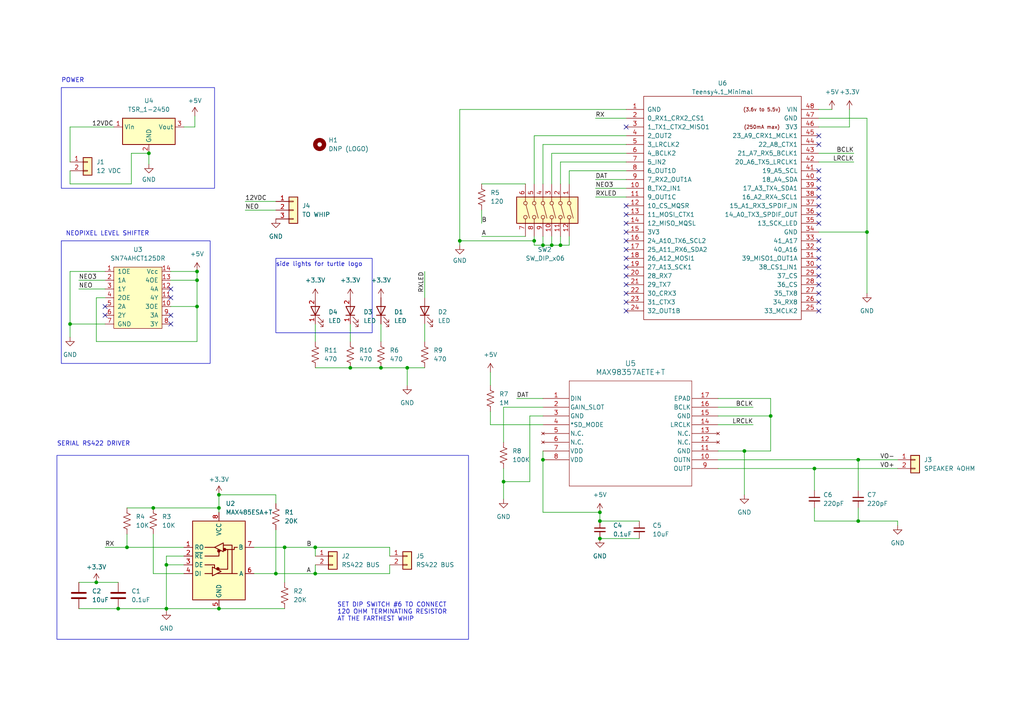
<source format=kicad_sch>
(kicad_sch (version 20230121) (generator eeschema)
  (paper "A4")
  (lib_symbols
    (symbol "Connector_Generic:Conn_01x02" (pin_names (offset 1.016) hide)
      (property "Reference" "J" (at 0 2.54 0))
      (property "Value" "Conn_01x02" (at 0 -5.08 0))
      (symbol "Conn_01x02_1_1"
        (rectangle (start -1.27 -2.413) (end 0 -2.667) (stroke (width 0.1524)))
        (rectangle (start -1.27 0.127) (end 0 -0.127) (stroke (width 0.1524)))
        (rectangle (start -1.27 1.27) (end 1.27 -3.81) (stroke (width 0.254)) (fill (type background)))
        (pin passive line (at -5.08 0 0) (length 3.81) (name "Pin_1") (number "1"))
        (pin passive line (at -5.08 -2.54 0) (length 3.81) (name "Pin_2") (number "2"))
      )
    )
    (symbol "Connector_Generic:Conn_01x03" (pin_names (offset 1.016) hide)
      (property "Reference" "J" (at 0 5.08 0))
      (property "Value" "Conn_01x03" (at 0 -5.08 0))
      (symbol "Conn_01x03_1_1"
        (rectangle (start -1.27 -2.413) (end 0 -2.667) (stroke (width 0.1524)))
        (rectangle (start -1.27 0.127) (end 0 -0.127) (stroke (width 0.1524)))
        (rectangle (start -1.27 2.667) (end 0 2.413) (stroke (width 0.1524)))
        (rectangle (start -1.27 3.81) (end 1.27 -3.81) (stroke (width 0.254)) (fill (type background)))
        (pin passive line (at -5.08 2.54 0) (length 3.81) (name "Pin_1") (number "1"))
        (pin passive line (at -5.08 0 0) (length 3.81) (name "Pin_2") (number "2"))
        (pin passive line (at -5.08 -2.54 0) (length 3.81) (name "Pin_3") (number "3"))
      )
    )
    (symbol "Device:C" (pin_numbers hide) (pin_names (offset 0.254))
      (property "Reference" "C" (at 0.635 2.54 0))
      (property "Value" "C" (at 0.635 -2.54 0))
      (symbol "C_0_1"
        (polyline (pts (xy -2.032 -0.762) (xy 2.032 -0.762)) (stroke (width 0.508)))
        (polyline (pts (xy -2.032 0.762) (xy 2.032 0.762)) (stroke (width 0.508)))
      )
      (symbol "C_1_1"
        (pin passive line (at 0 3.81 270) (length 2.794) (name "~") (number "1"))
        (pin passive line (at 0 -3.81 90) (length 2.794) (name "~") (number "2"))
      )
    )
    (symbol "Device:C_Small" (pin_numbers hide) (pin_names (offset 0.254) hide)
      (property "Reference" "C" (at 0.254 1.778 0))
      (property "Value" "C_Small" (at 0.254 -2.032 0))
      (symbol "C_Small_0_1"
        (polyline (pts (xy -1.524 -0.508) (xy 1.524 -0.508)) (stroke (width 0.3302)))
        (polyline (pts (xy -1.524 0.508) (xy 1.524 0.508)) (stroke (width 0.3048)))
      )
      (symbol "C_Small_1_1"
        (pin passive line (at 0 2.54 270) (length 2.032) (name "~") (number "1"))
        (pin passive line (at 0 -2.54 90) (length 2.032) (name "~") (number "2"))
      )
    )
    (symbol "Device:LED" (pin_numbers hide) (pin_names (offset 1.016) hide)
      (property "Reference" "D" (at 0 2.54 0))
      (property "Value" "LED" (at 0 -2.54 0))
      (symbol "LED_0_1"
        (polyline (pts (xy -1.27 -1.27) (xy -1.27 1.27)) (stroke (width 0.254)))
        (polyline (pts (xy -1.27 0) (xy 1.27 0)))
        (polyline (pts (xy 1.27 -1.27) (xy 1.27 1.27) (xy -1.27 0) (xy 1.27 -1.27)) (stroke (width 0.254)))
        (polyline (pts (xy -3.048 -0.762) (xy -4.572 -2.286) (xy -3.81 -2.286) (xy -4.572 -2.286) (xy -4.572 -1.524)))
        (polyline (pts (xy -1.778 -0.762) (xy -3.302 -2.286) (xy -2.54 -2.286) (xy -3.302 -2.286) (xy -3.302 -1.524)))
      )
      (symbol "LED_1_1"
        (pin passive line (at -3.81 0 0) (length 2.54) (name "K") (number "1"))
        (pin passive line (at 3.81 0 180) (length 2.54) (name "A") (number "2"))
      )
    )
    (symbol "Device:R_US" (pin_numbers hide) (pin_names (offset 0))
      (property "Reference" "R" (at 2.54 0 90))
      (property "Value" "R_US" (at -2.54 0 90))
      (symbol "R_US_0_1"
        (polyline (pts (xy 0 -2.286) (xy 0 -2.54)))
        (polyline (pts (xy 0 2.286) (xy 0 2.54)))
        (polyline (pts (xy 0 -0.762) (xy 1.016 -1.143) (xy 0 -1.524) (xy -1.016 -1.905) (xy 0 -2.286)))
        (polyline (pts (xy 0 0.762) (xy 1.016 0.381) (xy 0 0) (xy -1.016 -0.381) (xy 0 -0.762)))
        (polyline (pts (xy 0 2.286) (xy 1.016 1.905) (xy 0 1.524) (xy -1.016 1.143) (xy 0 0.762)))
      )
      (symbol "R_US_1_1"
        (pin passive line (at 0 3.81 270) (length 1.27) (name "~") (number "1"))
        (pin passive line (at 0 -3.81 90) (length 1.27) (name "~") (number "2"))
      )
    )
    (symbol "Interface_UART:MAX485E"
      (property "Reference" "U" (at -6.096 11.43 0))
      (property "Value" "MAX485E" (at 0.762 11.43 0))
      (symbol "MAX485E_0_1"
        (rectangle (start -7.62 10.16) (end 7.62 -12.7) (stroke (width 0.254)) (fill (type background)))
        (circle (center -0.3048 -3.683) (radius 0.3556) (stroke (width 0.254)) (fill (type outline)))
        (circle (center -0.0254 1.4986) (radius 0.3556) (stroke (width 0.254)) (fill (type outline)))
        (polyline (pts (xy -4.064 -5.08) (xy -1.905 -5.08)) (stroke (width 0.254)))
        (polyline (pts (xy -4.064 2.54) (xy -1.27 2.54)) (stroke (width 0.254)))
        (polyline (pts (xy -1.27 -3.2004) (xy -1.27 -3.4544)) (stroke (width 0.254)))
        (polyline (pts (xy -0.635 -5.08) (xy 5.334 -5.08)) (stroke (width 0.254)))
        (polyline (pts (xy -4.064 -2.54) (xy -1.27 -2.54) (xy -1.27 -3.175)) (stroke (width 0.254)))
        (polyline (pts (xy 0 1.27) (xy 0 0) (xy -4.064 0)) (stroke (width 0.254)))
        (polyline (pts (xy 1.27 3.175) (xy 3.81 3.175) (xy 3.81 -5.08)) (stroke (width 0.254)))
        (polyline (pts (xy 2.54 1.905) (xy 2.54 -3.81) (xy 0 -3.81)) (stroke (width 0.254)))
        (polyline (pts (xy -1.905 -3.175) (xy -1.905 -5.715) (xy 0.635 -4.445) (xy -1.905 -3.175)) (stroke (width 0.254)))
        (polyline (pts (xy -1.27 2.54) (xy 1.27 3.81) (xy 1.27 1.27) (xy -1.27 2.54)) (stroke (width 0.254)))
        (polyline (pts (xy 1.905 1.905) (xy 4.445 1.905) (xy 4.445 2.54) (xy 5.334 2.54)) (stroke (width 0.254)))
        (rectangle (start 1.27 3.175) (end 1.27 3.175))
        (circle (center 1.651 1.905) (radius 0.3556) (stroke (width 0.254)) (fill (type outline)))
      )
      (symbol "MAX485E_1_1"
        (pin output line (at -10.16 2.54 0) (length 2.54) (name "RO") (number "1"))
        (pin input line (at -10.16 0 0) (length 2.54) (name "~{RE}") (number "2"))
        (pin input line (at -10.16 -2.54 0) (length 2.54) (name "DE") (number "3"))
        (pin input line (at -10.16 -5.08 0) (length 2.54) (name "DI") (number "4"))
        (pin power_in line (at 0 -15.24 90) (length 2.54) (name "GND") (number "5"))
        (pin bidirectional line (at 10.16 -5.08 180) (length 2.54) (name "A") (number "6"))
        (pin bidirectional line (at 10.16 2.54 180) (length 2.54) (name "B") (number "7"))
        (pin power_in line (at 0 12.7 270) (length 2.54) (name "VCC") (number "8"))
      )
    )
    (symbol "Joels KiCad Symbol Library:MAX98357AETE+T" (pin_names (offset 0.254))
      (property "Reference" "U" (at 25.4 10.16 0))
      (property "Value" "MAX98357AETE+T" (at 25.4 7.62 0))
      (symbol "MAX98357AETE+T_0_1"
        (polyline (pts (xy 7.62 -25.4) (xy 43.18 -25.4)) (stroke (width 0.127)))
        (polyline (pts (xy 7.62 5.08) (xy 7.62 -25.4)) (stroke (width 0.127)))
        (polyline (pts (xy 43.18 -25.4) (xy 43.18 5.08)) (stroke (width 0.127)))
        (polyline (pts (xy 43.18 5.08) (xy 7.62 5.08)) (stroke (width 0.127)))
        (pin unspecified line (at 0 0 0) (length 7.62) (name "DIN") (number "1"))
        (pin output line (at 50.8 -17.78 180) (length 7.62) (name "OUTN") (number "10"))
        (pin power_out line (at 50.8 -15.24 180) (length 7.62) (name "GND") (number "11"))
        (pin no_connect line (at 50.8 -12.7 180) (length 7.62) (name "N.C.") (number "12"))
        (pin no_connect line (at 50.8 -10.16 180) (length 7.62) (name "N.C.") (number "13"))
        (pin unspecified line (at 50.8 -7.62 180) (length 7.62) (name "LRCLK") (number "14"))
        (pin power_out line (at 50.8 -5.08 180) (length 7.62) (name "GND") (number "15"))
        (pin unspecified line (at 50.8 -2.54 180) (length 7.62) (name "BCLK") (number "16"))
        (pin unspecified line (at 50.8 0 180) (length 7.62) (name "EPAD") (number "17"))
        (pin unspecified line (at 0 -2.54 0) (length 7.62) (name "GAIN_SLOT") (number "2"))
        (pin power_out line (at 0 -5.08 0) (length 7.62) (name "GND") (number "3"))
        (pin unspecified line (at 0 -7.62 0) (length 7.62) (name "*SD_MODE") (number "4"))
        (pin no_connect line (at 0 -10.16 0) (length 7.62) (name "N.C.") (number "5"))
        (pin no_connect line (at 0 -12.7 0) (length 7.62) (name "N.C.") (number "6"))
        (pin power_in line (at 0 -15.24 0) (length 7.62) (name "VDD") (number "7"))
        (pin power_in line (at 0 -17.78 0) (length 7.62) (name "VDD") (number "8"))
        (pin output line (at 50.8 -20.32 180) (length 7.62) (name "OUTP") (number "9"))
      )
    )
    (symbol "Joels KiCad Symbol Library:SN74AHCT125" (pin_names (offset 1.016))
      (property "Reference" "U" (at 0 0 0))
      (property "Value" "SN74AHCT125" (at 0 2.54 0))
      (symbol "SN74AHCT125_0_1"
        (rectangle (start -7.62 -2.54) (end 6.35 -20.32) (fill (type background)))
      )
      (symbol "SN74AHCT125_1_1"
        (pin input line (at -10.16 -3.81 0) (length 2.54) (name "1OE") (number "1"))
        (pin input line (at 8.89 -13.97 180) (length 2.54) (name "3OE") (number "10"))
        (pin output line (at 8.89 -11.43 180) (length 2.54) (name "4Y") (number "11"))
        (pin input line (at 8.89 -8.89 180) (length 2.54) (name "4A") (number "12"))
        (pin input line (at 8.89 -6.35 180) (length 2.54) (name "4OE") (number "13"))
        (pin power_in line (at 8.89 -3.81 180) (length 2.54) (name "Vcc") (number "14"))
        (pin input line (at -10.16 -6.35 0) (length 2.54) (name "1A") (number "2"))
        (pin output line (at -10.16 -8.89 0) (length 2.54) (name "1Y") (number "3"))
        (pin input line (at -10.16 -11.43 0) (length 2.54) (name "2OE") (number "4"))
        (pin input line (at -10.16 -13.97 0) (length 2.54) (name "2A") (number "5"))
        (pin output line (at -10.16 -16.51 0) (length 2.54) (name "2Y") (number "6"))
        (pin power_in line (at -10.16 -19.05 0) (length 2.54) (name "GND") (number "7"))
        (pin output line (at 8.89 -19.05 180) (length 2.54) (name "3Y") (number "8"))
        (pin input line (at 8.89 -16.51 180) (length 2.54) (name "3A") (number "9"))
      )
    )
    (symbol "Joels KiCad Symbol Library:Teensy4.1_Minimal" (pin_names (offset 1.016))
      (property "Reference" "U" (at 0 62.23 0))
      (property "Value" "Teensy4.1_Minimal" (at 1.27 59.69 0))
      (symbol "Teensy4.1_Minimal_0_0"
        (text "(250mA max)" (at 11.43 49.53 0) (effects (font (size 1.016 1.016))))
        (text "(3.6v to 5.5v)" (at 11.43 54.61 0) (effects (font (size 1.016 1.016))))
        (pin bidirectional line (at -27.94 31.75 0) (length 5.08) (name "8_TX2_IN1") (number "10"))
        (pin bidirectional line (at -27.94 29.21 0) (length 5.08) (name "9_OUT1C") (number "11"))
        (pin bidirectional line (at -27.94 26.67 0) (length 5.08) (name "10_CS_MQSR") (number "12"))
        (pin bidirectional line (at -27.94 24.13 0) (length 5.08) (name "11_MOSI_CTX1") (number "13"))
        (pin bidirectional line (at -27.94 21.59 0) (length 5.08) (name "12_MISO_MQSL") (number "14"))
        (pin power_in line (at -27.94 19.05 0) (length 5.08) (name "3V3") (number "15"))
        (pin bidirectional line (at -27.94 16.51 0) (length 5.08) (name "24_A10_TX6_SCL2") (number "16"))
        (pin bidirectional line (at -27.94 13.97 0) (length 5.08) (name "25_A11_RX6_SDA2") (number "17"))
        (pin bidirectional line (at -27.94 11.43 0) (length 5.08) (name "26_A12_MOSI1") (number "18"))
        (pin bidirectional line (at -27.94 8.89 0) (length 5.08) (name "27_A13_SCK1") (number "19"))
        (pin bidirectional line (at -27.94 6.35 0) (length 5.08) (name "28_RX7") (number "20"))
        (pin bidirectional line (at -27.94 3.81 0) (length 5.08) (name "29_TX7") (number "21"))
        (pin bidirectional line (at -27.94 1.27 0) (length 5.08) (name "30_CRX3") (number "22"))
        (pin bidirectional line (at -27.94 -1.27 0) (length 5.08) (name "31_CTX3") (number "23"))
        (pin bidirectional line (at -27.94 -3.81 0) (length 5.08) (name "32_OUT1B") (number "24"))
        (pin bidirectional line (at 27.94 -3.81 180) (length 5.08) (name "33_MCLK2") (number "25"))
        (pin bidirectional line (at 27.94 -1.27 180) (length 5.08) (name "34_RX8") (number "26"))
        (pin bidirectional line (at 27.94 1.27 180) (length 5.08) (name "35_TX8") (number "27"))
        (pin bidirectional line (at 27.94 3.81 180) (length 5.08) (name "36_CS") (number "28"))
        (pin bidirectional line (at 27.94 6.35 180) (length 5.08) (name "37_CS") (number "29"))
        (pin bidirectional line (at 27.94 8.89 180) (length 5.08) (name "38_CS1_IN1") (number "30"))
        (pin bidirectional line (at 27.94 11.43 180) (length 5.08) (name "39_MISO1_OUT1A") (number "31"))
        (pin bidirectional line (at 27.94 13.97 180) (length 5.08) (name "40_A16") (number "32"))
        (pin bidirectional line (at 27.94 16.51 180) (length 5.08) (name "41_A17") (number "33"))
        (pin bidirectional line (at 27.94 21.59 180) (length 5.08) (name "13_SCK_LED") (number "35"))
        (pin bidirectional line (at 27.94 24.13 180) (length 5.08) (name "14_A0_TX3_SPDIF_OUT") (number "36"))
        (pin bidirectional line (at 27.94 26.67 180) (length 5.08) (name "15_A1_RX3_SPDIF_IN") (number "37"))
        (pin bidirectional line (at 27.94 29.21 180) (length 5.08) (name "16_A2_RX4_SCL1") (number "38"))
        (pin bidirectional line (at 27.94 31.75 180) (length 5.08) (name "17_A3_TX4_SDA1") (number "39"))
        (pin bidirectional line (at 27.94 34.29 180) (length 5.08) (name "18_A4_SDA") (number "40"))
        (pin bidirectional line (at 27.94 36.83 180) (length 5.08) (name "19_A5_SCL") (number "41"))
        (pin bidirectional line (at 27.94 39.37 180) (length 5.08) (name "20_A6_TX5_LRCLK1") (number "42"))
        (pin bidirectional line (at 27.94 41.91 180) (length 5.08) (name "21_A7_RX5_BCLK1") (number "43"))
        (pin bidirectional line (at 27.94 44.45 180) (length 5.08) (name "22_A8_CTX1") (number "44"))
        (pin bidirectional line (at 27.94 46.99 180) (length 5.08) (name "23_A9_CRX1_MCLK1") (number "45"))
        (pin power_in line (at 27.94 49.53 180) (length 5.08) (name "3V3") (number "46"))
        (pin power_in line (at 27.94 52.07 180) (length 5.08) (name "GND") (number "47"))
        (pin power_in line (at 27.94 54.61 180) (length 5.08) (name "VIN") (number "48"))
        (pin bidirectional line (at -27.94 44.45 0) (length 5.08) (name "3_LRCLK2") (number "5"))
        (pin bidirectional line (at -27.94 41.91 0) (length 5.08) (name "4_BCLK2") (number "6"))
        (pin bidirectional line (at -27.94 39.37 0) (length 5.08) (name "5_IN2") (number "7"))
        (pin bidirectional line (at -27.94 36.83 0) (length 5.08) (name "6_OUT1D") (number "8"))
        (pin bidirectional line (at -27.94 34.29 0) (length 5.08) (name "7_RX2_OUT1A") (number "9"))
      )
      (symbol "Teensy4.1_Minimal_0_1"
        (rectangle (start -22.86 58.42) (end 22.86 -6.35))
        (rectangle (start -20.32 -1.27) (end -20.32 -1.27))
      )
      (symbol "Teensy4.1_Minimal_1_1"
        (pin power_in line (at -27.94 54.61 0) (length 5.08) (name "GND") (number "1"))
        (pin bidirectional line (at -27.94 52.07 0) (length 5.08) (name "0_RX1_CRX2_CS1") (number "2"))
        (pin bidirectional line (at -27.94 49.53 0) (length 5.08) (name "1_TX1_CTX2_MISO1") (number "3"))
        (pin power_in line (at 27.94 19.05 180) (length 5.08) (name "GND") (number "34"))
        (pin bidirectional line (at -27.94 46.99 0) (length 5.08) (name "2_OUT2") (number "4"))
      )
    )
    (symbol "LED_1" (pin_names (offset 1.016) hide)
      (property "Reference" "D" (at 0 2.54 0))
      (property "Value" "LED" (at 0 -2.54 0))
      (symbol "LED_1_0_1"
        (polyline (pts (xy -1.27 -1.27) (xy -1.27 1.27)) (stroke (width 0.254)))
        (polyline (pts (xy -1.27 0) (xy 1.27 0)))
        (polyline (pts (xy 1.27 -1.27) (xy 1.27 1.27) (xy -1.27 0) (xy 1.27 -1.27)) (stroke (width 0.254)))
        (polyline (pts (xy -3.048 -0.762) (xy -4.572 -2.286) (xy -3.81 -2.286) (xy -4.572 -2.286) (xy -4.572 -1.524)))
        (polyline (pts (xy -1.778 -0.762) (xy -3.302 -2.286) (xy -2.54 -2.286) (xy -3.302 -2.286) (xy -3.302 -1.524)))
      )
      (symbol "LED_1_1_1"
        (pin passive line (at -3.81 0 0) (length 2.54) (name "K") (number "1"))
        (pin passive line (at 3.81 0 180) (length 2.54) (name "A") (number "2"))
      )
    )
    (symbol "LED_2" (pin_names (offset 1.016) hide)
      (property "Reference" "D" (at 0 2.54 0))
      (property "Value" "LED" (at 0 -2.54 0))
      (symbol "LED_2_0_1"
        (polyline (pts (xy -1.27 -1.27) (xy -1.27 1.27)) (stroke (width 0.254)))
        (polyline (pts (xy -1.27 0) (xy 1.27 0)))
        (polyline (pts (xy 1.27 -1.27) (xy 1.27 1.27) (xy -1.27 0) (xy 1.27 -1.27)) (stroke (width 0.254)))
        (polyline (pts (xy -3.048 -0.762) (xy -4.572 -2.286) (xy -3.81 -2.286) (xy -4.572 -2.286) (xy -4.572 -1.524)))
        (polyline (pts (xy -1.778 -0.762) (xy -3.302 -2.286) (xy -2.54 -2.286) (xy -3.302 -2.286) (xy -3.302 -1.524)))
      )
      (symbol "LED_2_1_1"
        (pin passive line (at -3.81 0 0) (length 2.54) (name "K") (number "1"))
        (pin passive line (at 3.81 0 180) (length 2.54) (name "A") (number "2"))
      )
    )
    (symbol "Mechanical:MountingHole" (pin_names (offset 1.016))
      (property "Reference" "H" (at 0 5.08 0))
      (property "Value" "MountingHole" (at 0 3.175 0))
      (symbol "MountingHole_0_1"
        (circle (center 0 0) (radius 1.27) (stroke (width 1.27)))
      )
    )
    (symbol "Regulator_Switching:TSR_1-2450"
      (property "Reference" "U" (at -7.62 6.35 0))
      (property "Value" "TSR_1-2450" (at -1.27 6.35 0))
      (symbol "TSR_1-2450_0_1"
        (rectangle (start -7.62 5.08) (end 7.62 -2.54) (stroke (width 0.254)) (fill (type background)))
      )
      (symbol "TSR_1-2450_1_1"
        (pin power_in line (at -10.16 2.54 0) (length 2.54) (name "Vin") (number "1"))
        (pin power_in line (at 0 -5.08 90) (length 2.54) (name "GND") (number "2"))
        (pin power_out line (at 10.16 2.54 180) (length 2.54) (name "Vout") (number "3"))
      )
    )
    (symbol "Switch:SW_DIP_x06" (pin_names (offset 0) hide)
      (property "Reference" "SW" (at 0 11.43 0))
      (property "Value" "SW_DIP_x06" (at 0 -8.89 0))
      (symbol "SW_DIP_x06_0_0"
        (circle (center -2.032 -5.08) (radius 0.508))
        (circle (center -2.032 -2.54) (radius 0.508))
        (circle (center -2.032 0) (radius 0.508))
        (circle (center -2.032 2.54) (radius 0.508))
        (circle (center -2.032 5.08) (radius 0.508))
        (circle (center -2.032 7.62) (radius 0.508))
        (polyline (pts (xy -1.524 -4.9276) (xy 2.3622 -3.8862)))
        (polyline (pts (xy -1.524 -2.3876) (xy 2.3622 -1.3462)))
        (polyline (pts (xy -1.524 0.127) (xy 2.3622 1.1684)))
        (polyline (pts (xy -1.524 2.667) (xy 2.3622 3.7084)))
        (polyline (pts (xy -1.524 5.207) (xy 2.3622 6.2484)))
        (polyline (pts (xy -1.524 7.747) (xy 2.3622 8.7884)))
        (circle (center 2.032 -5.08) (radius 0.508))
        (circle (center 2.032 -2.54) (radius 0.508))
        (circle (center 2.032 0) (radius 0.508))
        (circle (center 2.032 2.54) (radius 0.508))
        (circle (center 2.032 5.08) (radius 0.508))
        (circle (center 2.032 7.62) (radius 0.508))
      )
      (symbol "SW_DIP_x06_0_1"
        (rectangle (start -3.81 10.16) (end 3.81 -7.62) (stroke (width 0.254)) (fill (type background)))
      )
      (symbol "SW_DIP_x06_1_1"
        (pin passive line (at -7.62 7.62 0) (length 5.08) (name "~") (number "1"))
        (pin passive line (at 7.62 2.54 180) (length 5.08) (name "~") (number "10"))
        (pin passive line (at 7.62 5.08 180) (length 5.08) (name "~") (number "11"))
        (pin passive line (at 7.62 7.62 180) (length 5.08) (name "~") (number "12"))
        (pin passive line (at -7.62 5.08 0) (length 5.08) (name "~") (number "2"))
        (pin passive line (at -7.62 2.54 0) (length 5.08) (name "~") (number "3"))
        (pin passive line (at -7.62 0 0) (length 5.08) (name "~") (number "4"))
        (pin passive line (at -7.62 -2.54 0) (length 5.08) (name "~") (number "5"))
        (pin passive line (at -7.62 -5.08 0) (length 5.08) (name "~") (number "6"))
        (pin passive line (at 7.62 -5.08 180) (length 5.08) (name "~") (number "7"))
        (pin passive line (at 7.62 -2.54 180) (length 5.08) (name "~") (number "8"))
        (pin passive line (at 7.62 0 180) (length 5.08) (name "~") (number "9"))
      )
    )
    (symbol "power:+3.3V" (power) (pin_names (offset 0))
      (property "Value" "+3.3V" (at 0 3.556 0))
      (symbol "+3.3V_0_1"
        (polyline (pts (xy -0.762 1.27) (xy 0 2.54)))
        (polyline (pts (xy 0 0) (xy 0 2.54)))
        (polyline (pts (xy 0 2.54) (xy 0.762 1.27)))
      )
      (symbol "+3.3V_1_1"
        (pin power_in line (at 0 0 90) (length 0) hide (name "+3.3V") (number "1"))
      )
    )
    (symbol "power:+5V" (power) (pin_names (offset 0))
      (property "Value" "+5V" (at 0 3.556 0))
      (symbol "+5V_0_1"
        (polyline (pts (xy -0.762 1.27) (xy 0 2.54)))
        (polyline (pts (xy 0 0) (xy 0 2.54)))
        (polyline (pts (xy 0 2.54) (xy 0.762 1.27)))
      )
      (symbol "+5V_1_1"
        (pin power_in line (at 0 0 90) (length 0) hide (name "+5V") (number "1"))
      )
    )
    (symbol "power:GND" (power) (pin_names (offset 0))
      (property "Value" "GND" (at 0 -3.81 0))
      (symbol "GND_0_1"
        (polyline (pts (xy 0 0) (xy 0 -1.27) (xy 1.27 -1.27) (xy 0 -2.54) (xy -1.27 -1.27) (xy 0 -1.27)))
      )
      (symbol "GND_1_1"
        (pin power_in line (at 0 0 270) (length 0) hide (name "GND") (number "1"))
      )
    )
  )
  (junction (at 57.15 78.74))
  (junction (at 91.44 166.37))
  (junction (at 146.05 139.7))
  (junction (at 48.26 163.83))
  (junction (at 63.5 176.53))
  (junction (at 43.18 44.45))
  (junction (at 248.92 133.35))
  (junction (at 63.5 143.51))
  (junction (at 63.5 147.32))
  (junction (at 80.01 166.37))
  (junction (at 236.22 135.89))
  (junction (at 57.15 88.9))
  (junction (at 173.99 148.59))
  (junction (at 251.46 67.31))
  (junction (at 34.29 176.53))
  (junction (at 133.35 69.85))
  (junction (at 91.44 158.75))
  (junction (at 48.26 176.53))
  (junction (at 160.02 71.12))
  (junction (at 173.99 156.21))
  (junction (at 162.56 71.12))
  (junction (at 223.52 120.65))
  (junction (at 154.94 69.85))
  (junction (at 82.55 158.75))
  (junction (at 157.48 133.35))
  (junction (at 20.32 93.98))
  (junction (at 118.11 106.68))
  (junction (at 36.83 158.75))
  (junction (at 248.92 151.13))
  (junction (at 27.94 168.91))
  (junction (at 101.6 106.68))
  (junction (at 57.15 81.28))
  (junction (at 173.99 151.13))
  (junction (at 110.49 106.68))
  (junction (at 215.9 130.81))
  (junction (at 44.45 147.32))
  (junction (at 157.48 71.12))
  (no_connect (at 237.49 77.47))
  (no_connect (at 237.49 62.23))
  (no_connect (at 237.49 82.55))
  (no_connect (at 237.49 52.07))
  (no_connect (at 181.61 72.39))
  (no_connect (at 181.61 62.23))
  (no_connect (at 237.49 80.01))
  (no_connect (at 237.49 57.15))
  (no_connect (at 237.49 87.63))
  (no_connect (at 181.61 69.85))
  (no_connect (at 181.61 90.17))
  (no_connect (at 181.61 85.09))
  (no_connect (at 49.53 91.44))
  (no_connect (at 181.61 80.01))
  (no_connect (at 237.49 49.53))
  (no_connect (at 237.49 59.69))
  (no_connect (at 237.49 90.17))
  (no_connect (at 181.61 64.77))
  (no_connect (at 181.61 59.69))
  (no_connect (at 237.49 74.93))
  (no_connect (at 30.48 88.9))
  (no_connect (at 237.49 41.91))
  (no_connect (at 181.61 77.47))
  (no_connect (at 49.53 86.36))
  (no_connect (at 49.53 93.98))
  (no_connect (at 237.49 85.09))
  (no_connect (at 181.61 82.55))
  (no_connect (at 237.49 64.77))
  (no_connect (at 181.61 74.93))
  (no_connect (at 237.49 39.37))
  (no_connect (at 237.49 54.61))
  (no_connect (at 49.53 83.82))
  (no_connect (at 237.49 69.85))
  (no_connect (at 237.49 72.39))
  (no_connect (at 181.61 67.31))
  (no_connect (at 181.61 87.63))
  (no_connect (at 30.48 91.44))
  (no_connect (at 181.61 36.83))
  (wire (pts (xy 53.34 166.37) (xy 44.45 166.37)))
  (wire (pts (xy 48.26 163.83) (xy 53.34 163.83)))
  (wire (pts (xy 91.44 158.75) (xy 91.44 161.29)))
  (wire (pts (xy 153.67 139.7) (xy 146.05 139.7)))
  (wire (pts (xy 260.35 151.13) (xy 248.92 151.13)))
  (wire (pts (xy 27.94 86.36) (xy 27.94 99.06)))
  (wire (pts (xy 49.53 81.28) (xy 57.15 81.28)))
  (wire (pts (xy 157.48 118.11) (xy 146.05 118.11)))
  (wire (pts (xy 20.32 78.74) (xy 20.32 93.98)))
  (wire (pts (xy 181.61 39.37) (xy 154.94 39.37)))
  (wire (pts (xy 157.48 123.19) (xy 142.24 123.19)))
  (wire (pts (xy 30.48 78.74) (xy 20.32 78.74)))
  (wire (pts (xy 80.01 166.37) (xy 91.44 166.37)))
  (wire (pts (xy 71.12 58.42) (xy 80.01 58.42)))
  (wire (pts (xy 56.515 33.655) (xy 56.515 36.83)))
  (wire (pts (xy 63.5 143.51) (xy 80.01 143.51)))
  (wire (pts (xy 236.22 135.89) (xy 236.22 142.24)))
  (wire (pts (xy 246.38 31.75) (xy 246.38 36.83)))
  (wire (pts (xy 251.46 34.29) (xy 251.46 67.31)))
  (wire (pts (xy 63.5 176.53) (xy 82.55 176.53)))
  (wire (pts (xy 154.94 71.12) (xy 157.48 71.12)))
  (wire (pts (xy 251.46 67.31) (xy 237.49 67.31)))
  (wire (pts (xy 157.48 53.34) (xy 157.48 41.91)))
  (wire (pts (xy 248.92 151.13) (xy 236.22 151.13)))
  (wire (pts (xy 73.66 166.37) (xy 80.01 166.37)))
  (wire (pts (xy 63.5 143.51) (xy 63.5 147.32)))
  (wire (pts (xy 22.86 83.82) (xy 30.48 83.82)))
  (wire (pts (xy 208.28 115.57) (xy 223.52 115.57)))
  (wire (pts (xy 80.01 143.51) (xy 80.01 146.05)))
  (wire (pts (xy 173.99 151.13) (xy 185.42 151.13)))
  (wire (pts (xy 146.05 118.11) (xy 146.05 128.27)))
  (wire (pts (xy 248.92 147.32) (xy 248.92 151.13)))
  (wire (pts (xy 36.83 147.32) (xy 44.45 147.32)))
  (wire (pts (xy 57.15 88.9) (xy 57.15 81.28)))
  (wire (pts (xy 71.12 60.96) (xy 80.01 60.96)))
  (wire (pts (xy 91.44 158.75) (xy 113.03 158.75)))
  (wire (pts (xy 162.56 53.34) (xy 162.56 46.99)))
  (wire (pts (xy 165.1 71.12) (xy 165.1 68.58)))
  (wire (pts (xy 160.02 44.45) (xy 160.02 53.34)))
  (wire (pts (xy 157.48 120.65) (xy 153.67 120.65)))
  (wire (pts (xy 38.1 53.34) (xy 38.1 44.45)))
  (wire (pts (xy 48.26 176.53) (xy 48.26 177.165)))
  (wire (pts (xy 113.03 158.75) (xy 113.03 161.29)))
  (wire (pts (xy 113.03 166.37) (xy 113.03 163.83)))
  (wire (pts (xy 20.32 93.98) (xy 30.48 93.98)))
  (wire (pts (xy 260.35 152.4) (xy 260.35 151.13)))
  (wire (pts (xy 30.48 158.75) (xy 36.83 158.75)))
  (wire (pts (xy 237.49 31.75) (xy 241.3 31.75)))
  (wire (pts (xy 208.28 123.19) (xy 218.44 123.19)))
  (wire (pts (xy 91.44 93.98) (xy 91.44 99.06)))
  (wire (pts (xy 223.52 130.81) (xy 215.9 130.81)))
  (wire (pts (xy 57.15 81.28) (xy 57.15 78.74)))
  (wire (pts (xy 101.6 93.98) (xy 101.6 99.06)))
  (wire (pts (xy 91.44 106.68) (xy 101.6 106.68)))
  (wire (pts (xy 20.32 49.53) (xy 20.32 53.34)))
  (wire (pts (xy 110.49 93.98) (xy 110.49 99.06)))
  (wire (pts (xy 246.38 36.83) (xy 237.49 36.83)))
  (wire (pts (xy 27.94 168.91) (xy 34.29 168.91)))
  (wire (pts (xy 22.86 81.28) (xy 30.48 81.28)))
  (wire (pts (xy 223.52 120.65) (xy 223.52 130.81)))
  (wire (pts (xy 157.48 71.12) (xy 160.02 71.12)))
  (wire (pts (xy 160.02 68.58) (xy 160.02 71.12)))
  (wire (pts (xy 208.28 118.11) (xy 218.44 118.11)))
  (wire (pts (xy 139.7 68.58) (xy 152.4 68.58)))
  (wire (pts (xy 20.32 93.98) (xy 20.32 97.79)))
  (wire (pts (xy 162.56 71.12) (xy 165.1 71.12)))
  (wire (pts (xy 43.18 44.45) (xy 43.18 47.625)))
  (wire (pts (xy 248.92 133.35) (xy 248.92 142.24)))
  (wire (pts (xy 237.49 46.99) (xy 247.65 46.99)))
  (wire (pts (xy 20.32 53.34) (xy 38.1 53.34)))
  (wire (pts (xy 149.86 115.57) (xy 157.48 115.57)))
  (wire (pts (xy 91.44 166.37) (xy 91.44 163.83)))
  (wire (pts (xy 237.49 44.45) (xy 247.65 44.45)))
  (wire (pts (xy 208.28 133.35) (xy 248.92 133.35)))
  (wire (pts (xy 146.05 139.7) (xy 146.05 144.78)))
  (wire (pts (xy 49.53 88.9) (xy 57.15 88.9)))
  (wire (pts (xy 133.35 31.75) (xy 133.35 69.85)))
  (wire (pts (xy 91.44 166.37) (xy 113.03 166.37)))
  (wire (pts (xy 251.46 34.29) (xy 237.49 34.29)))
  (wire (pts (xy 146.05 135.89) (xy 146.05 139.7)))
  (wire (pts (xy 48.26 163.83) (xy 48.26 176.53)))
  (wire (pts (xy 248.92 133.35) (xy 260.35 133.35)))
  (wire (pts (xy 48.26 161.29) (xy 53.34 161.29)))
  (wire (pts (xy 153.67 120.65) (xy 153.67 139.7)))
  (wire (pts (xy 30.48 86.36) (xy 27.94 86.36)))
  (wire (pts (xy 63.5 147.32) (xy 63.5 148.59)))
  (wire (pts (xy 236.22 135.89) (xy 260.35 135.89)))
  (wire (pts (xy 162.56 46.99) (xy 181.61 46.99)))
  (wire (pts (xy 118.11 106.68) (xy 123.19 106.68)))
  (wire (pts (xy 22.86 168.91) (xy 27.94 168.91)))
  (wire (pts (xy 133.35 69.85) (xy 154.94 69.85)))
  (wire (pts (xy 22.86 176.53) (xy 34.29 176.53)))
  (wire (pts (xy 157.48 148.59) (xy 173.99 148.59)))
  (wire (pts (xy 251.46 85.09) (xy 251.46 67.31)))
  (wire (pts (xy 173.99 156.21) (xy 185.42 156.21)))
  (wire (pts (xy 154.94 69.85) (xy 154.94 71.12)))
  (wire (pts (xy 27.94 99.06) (xy 57.15 99.06)))
  (wire (pts (xy 36.83 158.75) (xy 53.34 158.75)))
  (wire (pts (xy 154.94 39.37) (xy 154.94 53.34)))
  (wire (pts (xy 82.55 158.75) (xy 73.66 158.75)))
  (wire (pts (xy 181.61 49.53) (xy 165.1 49.53)))
  (wire (pts (xy 142.24 107.95) (xy 142.24 111.76)))
  (wire (pts (xy 157.48 68.58) (xy 157.48 71.12)))
  (wire (pts (xy 208.28 130.81) (xy 215.9 130.81)))
  (wire (pts (xy 157.48 133.35) (xy 157.48 148.59)))
  (wire (pts (xy 215.9 130.81) (xy 215.9 143.51)))
  (wire (pts (xy 110.49 106.68) (xy 118.11 106.68)))
  (wire (pts (xy 82.55 168.91) (xy 82.55 158.75)))
  (wire (pts (xy 181.61 44.45) (xy 160.02 44.45)))
  (wire (pts (xy 38.1 44.45) (xy 43.18 44.45)))
  (wire (pts (xy 44.45 147.32) (xy 63.5 147.32)))
  (wire (pts (xy 154.94 68.58) (xy 154.94 69.85)))
  (wire (pts (xy 139.7 53.34) (xy 152.4 53.34)))
  (wire (pts (xy 123.19 93.98) (xy 123.19 99.06)))
  (wire (pts (xy 48.26 161.29) (xy 48.26 163.83)))
  (wire (pts (xy 208.28 135.89) (xy 236.22 135.89)))
  (wire (pts (xy 133.35 69.85) (xy 133.35 71.12)))
  (wire (pts (xy 139.7 60.96) (xy 139.7 64.77)))
  (wire (pts (xy 172.72 52.07) (xy 181.61 52.07)))
  (wire (pts (xy 20.32 46.99) (xy 20.32 36.83)))
  (wire (pts (xy 142.24 119.38) (xy 142.24 123.19)))
  (wire (pts (xy 56.515 36.83) (xy 53.34 36.83)))
  (wire (pts (xy 118.11 106.68) (xy 118.11 111.76)))
  (wire (pts (xy 49.53 78.74) (xy 57.15 78.74)))
  (wire (pts (xy 165.1 49.53) (xy 165.1 53.34)))
  (wire (pts (xy 236.22 147.32) (xy 236.22 151.13)))
  (wire (pts (xy 157.48 130.81) (xy 157.48 133.35)))
  (wire (pts (xy 172.72 54.61) (xy 181.61 54.61)))
  (wire (pts (xy 157.48 41.91) (xy 181.61 41.91)))
  (wire (pts (xy 160.02 71.12) (xy 162.56 71.12)))
  (wire (pts (xy 123.19 78.74) (xy 123.19 86.36)))
  (wire (pts (xy 173.99 148.59) (xy 173.99 151.13)))
  (wire (pts (xy 34.29 176.53) (xy 48.26 176.53)))
  (wire (pts (xy 162.56 68.58) (xy 162.56 71.12)))
  (wire (pts (xy 172.72 57.15) (xy 181.61 57.15)))
  (wire (pts (xy 57.15 99.06) (xy 57.15 88.9)))
  (wire (pts (xy 172.72 34.29) (xy 181.61 34.29)))
  (wire (pts (xy 208.28 120.65) (xy 223.52 120.65)))
  (wire (pts (xy 223.52 115.57) (xy 223.52 120.65)))
  (wire (pts (xy 80.01 166.37) (xy 80.01 153.67)))
  (wire (pts (xy 82.55 158.75) (xy 91.44 158.75)))
  (wire (pts (xy 181.61 31.75) (xy 133.35 31.75)))
  (wire (pts (xy 63.5 176.53) (xy 48.26 176.53)))
  (wire (pts (xy 44.45 166.37) (xy 44.45 154.94)))
  (wire (pts (xy 101.6 106.68) (xy 110.49 106.68)))
  (wire (pts (xy 36.83 154.94) (xy 36.83 158.75)))
  (wire (pts (xy 20.32 36.83) (xy 33.02 36.83)))
  (rectangle (start 17.78 69.85) (end 60.96 105.41))
  (rectangle (start 16.51 132.08) (end 135.89 185.42))
  (rectangle (start 80.01 74.93) (end 107.95 96.52))
  (rectangle (start 17.78 25.4) (end 62.23 54.61))
  (text "POWER" (at 17.78 24.13 0) (effects (font (size 1.27 1.27)) (justify left bottom)))
  (text "SERIAL RS422 DRIVER" (at 16.51 129.54 0) (effects (font (size 1.27 1.27)) (justify left bottom)))
  (text "side lights for turtle logo" (at 80.01 77.47 0) (effects (font (size 1.27 1.27)) (justify left bottom)))
  (text "NEOPIXEL LEVEL SHIFTER" (at 19.05 68.58 0) (effects (font (size 1.27 1.27)) (justify left bottom)))
  (text "SET DIP SWITCH #6 TO CONNECT\n120 OHM TERMINATING RESISTOR\nAT THE FARTHEST WHIP" (at 97.79 180.34 0) (effects (font (size 1.27 1.27)) (justify left bottom)))
  (label "B" (at 88.9 158.75 0))
  (label "VO-" (at 255.27 133.35 0))
  (label "RXLED" (at 172.72 57.15 0))
  (label "NEO3" (at 22.86 81.28 0))
  (label "BCLK" (at 247.65 44.45 180))
  (label "A" (at 88.9 166.37 0))
  (label "DAT" (at 172.72 52.07 0))
  (label "NEO3" (at 172.72 54.61 0))
  (label "LRCLK" (at 247.65 46.99 180))
  (label "12VDC" (at 26.67 36.83 0))
  (label "LRCLK" (at 218.44 123.19 180))
  (label "RX" (at 172.72 34.29 0))
  (label "NEO" (at 71.12 60.96 0))
  (label "A" (at 139.7 68.58 0))
  (label "12VDC" (at 71.12 58.42 0))
  (label "RXLED" (at 123.19 78.74 270))
  (label "DAT" (at 149.86 115.57 0))
  (label "BCLK" (at 218.44 118.11 180))
  (label "NEO" (at 22.86 83.82 0))
  (label "RX" (at 30.48 158.75 0))
  (label "B" (at 139.7 64.77 0))
  (label "VO+" (at 255.27 135.89 0))
  (symbol (lib_id "power:GND") (at 251.46 85.09 0) (unit 1)
    (property "Reference" "#PWR05" (effects hide))
    (property "Value" "GND" (at 251.46 90.17 0))
  )
  (symbol (lib_id "power:GND") (at 133.35 71.12 0) (unit 1)
    (property "Reference" "#PWR06" (effects hide))
    (property "Value" "GND" (at 133.35 75.565 0))
  )
  (symbol (lib_name "LED_2") (lib_id "Device:LED") (at 101.6 90.17 90) (unit 1)
    (property "Reference" "D3" (at 105.41 90.4875 90) (effects (justify right)))
    (property "Value" "LED" (at 105.41 93.0275 90) (effects (justify right)))
    (property "Footprint" "Joels KiCad Footprint Library:Everlight 99-218GLM2C-L7277SGU-TR8-T0-ES side view LED" (effects hide))
    (property "LCSC" "C605463" (effects hide))
  )
  (symbol (lib_id "Connector_Generic:Conn_01x02") (at 265.43 133.35 0) (unit 1)
    (property "Reference" "J3" (at 267.97 133.35 0) (effects (justify left)))
    (property "Value" "SPEAKER 4OHM" (at 267.97 135.89 0) (effects (justify left)))
    (property "Footprint" "TerminalBlock_Phoenix:TerminalBlock_Phoenix_MKDS-1,5-2_1x02_P5.00mm_Horizontal" (effects hide))
    (property "LCSC" "C8404" (effects hide))
  )
  (symbol (lib_id "power:GND") (at 43.18 47.625 0) (unit 1)
    (property "Reference" "#PWR03" (effects hide))
    (property "Value" "GND" (at 43.18 52.07 0))
  )
  (symbol (lib_id "Device:C_Small") (at 236.22 144.78 0) (unit 1)
    (property "Reference" "C6" (at 238.76 143.5163 0) (effects (justify left)))
    (property "Value" "220pF" (at 238.76 146.0563 0) (effects (justify left)))
    (property "Footprint" "Capacitor_SMD:C_0402_1005Metric" (effects hide))
    (property "LCSC" "C1530" (effects hide))
  )
  (symbol (lib_id "Device:R_US") (at 82.55 172.72 180) (unit 1)
    (property "Reference" "R2" (at 85.09 171.45 0) (effects (justify right)))
    (property "Value" "20K" (at 85.09 173.99 0) (effects (justify right)))
    (property "Footprint" "Resistor_SMD:R_0603_1608Metric" (effects hide))
    (property "LCSC" "C4184" (effects hide))
  )
  (symbol (lib_id "power:+5V") (at 56.515 33.655 0) (unit 1)
    (property "Reference" "#PWR02" (effects hide))
    (property "Value" "+5V" (at 56.515 29.21 0))
  )
  (symbol (lib_id "Device:C_Small") (at 185.42 153.67 0) (unit 1)
    (property "Reference" "C5" (at 189.23 152.4 0) (effects (justify left)))
    (property "Value" "10uF" (at 189.23 154.94 0) (effects (justify left)))
    (property "Footprint" "Capacitor_SMD:C_0402_1005Metric" (effects hide))
    (property "LCSC" "C15525" (effects hide))
  )
  (symbol (lib_id "power:+3.3V") (at 101.6 86.36 0) (unit 1)
    (property "Reference" "#PWR016" (effects hide))
    (property "Value" "+3.3V" (at 101.6 81.28 0))
  )
  (symbol (lib_id "power:+5V") (at 241.3 31.75 0) (unit 1)
    (property "Reference" "#PWR04" (effects hide))
    (property "Value" "+5V" (at 241.3 26.67 0))
  )
  (symbol (lib_id "Joels KiCad Symbol Library:Teensy4.1_Minimal") (at 209.55 86.36 0) (unit 1)
    (property "Reference" "U6" (at 209.55 24.13 0))
    (property "Value" "Teensy4.1_Minimal" (at 209.55 26.67 0))
    (property "Footprint" "Joels KiCad Footprint Library:Teensy41_Minimal" (effects hide))
    (property "LCSC" "DNP" (effects hide))
  )
  (symbol (lib_id "Mechanical:MountingHole") (at 92.71 41.91 0) (unit 1)
    (property "Reference" "H1" (at 95.25 40.64 0) (effects (justify left)))
    (property "Value" "DNP (LOGO)" (at 95.25 43.18 0) (effects (justify left)))
    (property "Footprint" "Joels KiCad Footprint Library:Turtle-Art-2024" (effects hide))
  )
  (symbol (lib_id "power:GND") (at 173.99 156.21 0) (unit 1)
    (property "Reference" "#PWR020" (effects hide))
    (property "Value" "GND" (at 173.99 161.29 0))
  )
  (symbol (lib_id "power:+3.3V") (at 27.94 168.91 0) (unit 1)
    (property "Reference" "#PWR012" (effects hide))
    (property "Value" "+3.3V" (at 27.94 164.465 0))
  )
  (symbol (lib_id "power:GND") (at 118.11 111.76 0) (unit 1)
    (property "Reference" "#PWR014" (effects hide))
    (property "Value" "GND" (at 118.11 116.84 0))
  )
  (symbol (lib_id "power:+5V") (at 57.15 78.74 0) (unit 1)
    (property "Reference" "#PWR010" (effects hide))
    (property "Value" "+5V" (at 57.15 73.66 0))
  )
  (symbol (lib_name "LED_1") (lib_id "Device:LED") (at 91.44 90.17 90) (unit 1)
    (property "Reference" "D4" (at 95.25 90.4875 90) (effects (justify right)))
    (property "Value" "LED" (at 95.25 93.0275 90) (effects (justify right)))
    (property "Footprint" "Joels KiCad Footprint Library:Everlight 99-218GLM2C-L7277SGU-TR8-T0-ES side view LED" (effects hide))
    (property "LCSC" "C605463" (effects hide))
  )
  (symbol (lib_id "Device:R_US") (at 101.6 102.87 0) (unit 1)
    (property "Reference" "R10" (at 104.14 101.6 0) (effects (justify left)))
    (property "Value" "470" (at 104.14 104.14 0) (effects (justify left)))
    (property "Footprint" "Resistor_SMD:R_0402_1005Metric" (effects hide))
    (property "LCSC" "C25117" (effects hide))
  )
  (symbol (lib_id "Device:C_Small") (at 173.99 153.67 0) (unit 1)
    (property "Reference" "C4" (at 177.8 152.4 0) (effects (justify left)))
    (property "Value" "0.1uF" (at 177.8 154.94 0) (effects (justify left)))
    (property "Footprint" "Capacitor_SMD:C_0402_1005Metric" (effects hide))
    (property "LCSC" "C1525" (effects hide))
  )
  (symbol (lib_id "power:+5V") (at 142.24 107.95 0) (unit 1)
    (property "Reference" "#PWR015" (effects hide))
    (property "Value" "+5V" (at 142.24 102.87 0))
  )
  (symbol (lib_id "power:GND") (at 20.32 97.79 0) (unit 1)
    (property "Reference" "#PWR011" (effects hide))
    (property "Value" "GND" (at 20.32 102.87 0))
  )
  (symbol (lib_id "Connector_Generic:Conn_01x03") (at 85.09 60.96 0) (unit 1)
    (property "Reference" "J4" (at 87.63 59.69 0) (effects (justify left)))
    (property "Value" "TO WHIP" (at 87.63 62.23 0) (effects (justify left)))
    (property "Footprint" "TerminalBlock_Phoenix:TerminalBlock_Phoenix_MKDS-1,5-3_1x03_P5.00mm_Horizontal" (effects hide))
    (property "LCSC" "C8401" (effects hide))
  )
  (symbol (lib_id "Device:C") (at 22.86 172.72 0) (unit 1)
    (property "Reference" "C2" (at 26.67 171.45 0) (effects (justify left)))
    (property "Value" "10uF" (at 26.67 173.99 0) (effects (justify left)))
    (property "Footprint" "Capacitor_SMD:C_0402_1005Metric" (effects hide))
    (property "LCSC" "C15525" (effects hide))
  )
  (symbol (lib_id "power:+3.3V") (at 246.38 31.75 0) (unit 1)
    (property "Reference" "#PWR08" (effects hide))
    (property "Value" "+3.3V" (at 246.38 26.67 0))
  )
  (symbol (lib_id "Device:R_US") (at 146.05 132.08 0) (unit 1)
    (property "Reference" "R8" (at 148.59 130.81 0) (effects (justify left)))
    (property "Value" "100K" (at 148.59 133.35 0) (effects (justify left)))
    (property "Footprint" "Resistor_SMD:R_0402_1005Metric" (effects hide))
    (property "LCSC" "C25741" (effects hide))
  )
  (symbol (lib_id "Connector_Generic:Conn_01x02") (at 96.52 161.29 0) (unit 1)
    (property "Reference" "J2" (at 99.06 161.29 0) (effects (justify left)))
    (property "Value" "RS422 BUS" (at 99.06 163.83 0) (effects (justify left)))
    (property "Footprint" "TerminalBlock_Phoenix:TerminalBlock_Phoenix_MKDS-1,5-2_1x02_P5.00mm_Horizontal" (effects hide))
    (property "LCSC" "C8404" (effects hide))
  )
  (symbol (lib_id "Device:R_US") (at 44.45 151.13 0) (unit 1)
    (property "Reference" "R3" (at 46.99 149.86 0) (effects (justify left)))
    (property "Value" "10K" (at 46.99 152.4 0) (effects (justify left)))
    (property "Footprint" "Resistor_SMD:R_0603_1608Metric" (effects hide))
    (property "LCSC" "C25804" (effects hide))
  )
  (symbol (lib_id "Device:R_US") (at 142.24 115.57 0) (unit 1)
    (property "Reference" "R7" (at 144.78 114.3 0) (effects (justify left)))
    (property "Value" "1M" (at 144.78 116.84 0) (effects (justify left)))
    (property "Footprint" "Resistor_SMD:R_0402_1005Metric" (effects hide))
    (property "LCSC" "C26083" (effects hide))
  )
  (symbol (lib_id "Device:R_US") (at 139.7 57.15 0) (unit 1)
    (property "Reference" "R5" (at 142.24 55.88 0) (effects (justify left)))
    (property "Value" "120" (at 142.24 58.42 0) (effects (justify left)))
    (property "Footprint" "Resistor_SMD:R_0402_1005Metric" (effects hide))
    (property "LCSC" "C25079" (effects hide))
  )
  (symbol (lib_id "power:+3.3V") (at 91.44 86.36 0) (unit 1)
    (property "Reference" "#PWR022" (effects hide))
    (property "Value" "+3.3V" (at 91.44 81.28 0))
  )
  (symbol (lib_id "power:GND") (at 48.26 177.165 0) (unit 1)
    (property "Reference" "#PWR07" (effects hide))
    (property "Value" "GND" (at 48.26 182.245 0))
  )
  (symbol (lib_id "power:GND") (at 215.9 143.51 0) (unit 1)
    (property "Reference" "#PWR021" (effects hide))
    (property "Value" "GND" (at 215.9 148.59 0))
  )
  (symbol (lib_id "Device:LED") (at 110.49 90.17 90) (unit 1)
    (property "Reference" "D1" (at 114.3 90.4875 90) (effects (justify right)))
    (property "Value" "LED" (at 114.3 93.0275 90) (effects (justify right)))
    (property "Footprint" "LED_SMD:LED_0603_1608Metric" (effects hide))
    (property "LCSC" "C2286" (effects hide))
  )
  (symbol (lib_id "power:GND") (at 80.01 63.5 0) (unit 1)
    (property "Reference" "#PWR01" (effects hide))
    (property "Value" "GND" (at 80.01 68.58 0))
  )
  (symbol (lib_id "Device:R_US") (at 110.49 102.87 0) (unit 1)
    (property "Reference" "R6" (at 113.03 101.6 0) (effects (justify left)))
    (property "Value" "470" (at 113.03 104.14 0) (effects (justify left)))
    (property "Footprint" "Resistor_SMD:R_0402_1005Metric" (effects hide))
    (property "LCSC" "C25117" (effects hide))
  )
  (symbol (lib_id "Device:R_US") (at 91.44 102.87 0) (unit 1)
    (property "Reference" "R11" (at 93.98 101.6 0) (effects (justify left)))
    (property "Value" "470" (at 93.98 104.14 0) (effects (justify left)))
    (property "Footprint" "Resistor_SMD:R_0402_1005Metric" (effects hide))
    (property "LCSC" "C25117" (effects hide))
  )
  (symbol (lib_id "power:+3.3V") (at 110.49 86.36 0) (unit 1)
    (property "Reference" "#PWR013" (effects hide))
    (property "Value" "+3.3V" (at 110.49 81.28 0))
  )
  (symbol (lib_id "Device:LED") (at 123.19 90.17 90) (unit 1)
    (property "Reference" "D2" (at 127 90.4875 90) (effects (justify right)))
    (property "Value" "LED" (at 127 93.0275 90) (effects (justify right)))
    (property "Footprint" "LED_SMD:LED_0603_1608Metric" (effects hide))
    (property "LCSC" "C2290" (effects hide))
  )
  (symbol (lib_id "Device:R_US") (at 123.19 102.87 0) (unit 1)
    (property "Reference" "R9" (at 125.73 101.6 0) (effects (justify left)))
    (property "Value" "470" (at 125.73 104.14 0) (effects (justify left)))
    (property "Footprint" "Resistor_SMD:R_0402_1005Metric" (effects hide))
    (property "LCSC" "C25117" (effects hide))
  )
  (symbol (lib_id "power:GND") (at 146.05 144.78 0) (unit 1)
    (property "Reference" "#PWR018" (effects hide))
    (property "Value" "GND" (at 146.05 149.86 0))
  )
  (symbol (lib_id "Connector_Generic:Conn_01x02") (at 118.11 161.29 0) (unit 1)
    (property "Reference" "J5" (at 120.65 161.29 0) (effects (justify left)))
    (property "Value" "RS422 BUS" (at 120.65 163.83 0) (effects (justify left)))
    (property "Footprint" "TerminalBlock_Phoenix:TerminalBlock_Phoenix_MKDS-1,5-2_1x02_P5.00mm_Horizontal" (effects hide))
    (property "LCSC" "C8404" (effects hide))
  )
  (symbol (lib_id "Switch:SW_DIP_x06") (at 157.48 60.96 270) (unit 1)
    (property "Reference" "SW2" (at 160.02 72.39 90) (effects (justify right)))
    (property "Value" "SW_DIP_x06" (at 163.83 74.93 90) (effects (justify right)))
    (property "Footprint" "Button_Switch_THT:SW_DIP_SPSTx06_Slide_6.7x16.8mm_W7.62mm_P2.54mm_LowProfile" (effects hide))
    (property "LCSC" "C2859410" (effects hide))
  )
  (symbol (lib_id "Device:R_US") (at 80.01 149.86 0) (unit 1)
    (property "Reference" "R1" (at 82.55 148.59 0) (effects (justify left)))
    (property "Value" "20K" (at 82.55 151.13 0) (effects (justify left)))
    (property "Footprint" "Resistor_SMD:R_0603_1608Metric" (effects hide))
    (property "LCSC" "C4184" (effects hide))
  )
  (symbol (lib_id "Connector_Generic:Conn_01x02") (at 25.4 46.99 0) (unit 1)
    (property "Reference" "J1" (at 27.94 46.99 0) (effects (justify left)))
    (property "Value" "12 VDC" (at 27.94 49.53 0) (effects (justify left)))
    (property "Footprint" "TerminalBlock_Phoenix:TerminalBlock_Phoenix_MKDS-1,5-2_1x02_P5.00mm_Horizontal" (effects hide))
    (property "LCSC" "C8404" (effects hide))
  )
  (symbol (lib_id "Device:C") (at 34.29 172.72 0) (unit 1)
    (property "Reference" "C1" (at 38.1 171.45 0) (effects (justify left)))
    (property "Value" "0.1uF" (at 38.1 173.99 0) (effects (justify left)))
    (property "Footprint" "Capacitor_SMD:C_0402_1005Metric" (effects hide))
    (property "LCSC" "C1525" (effects hide))
  )
  (symbol (lib_id "Joels KiCad Symbol Library:SN74AHCT125") (at 40.64 74.93 0) (unit 1)
    (property "Reference" "U3" (at 40.005 72.39 0))
    (property "Value" "SN74AHCT125DR" (at 40.005 74.93 0))
    (property "Footprint" "Package_SO:SOIC-14_3.9x8.7mm_P1.27mm" (effects hide))
    (property "LCSC" "C155176" (effects hide))
  )
  (symbol (lib_id "Device:C_Small") (at 248.92 144.78 0) (unit 1)
    (property "Reference" "C7" (at 251.46 143.5163 0) (effects (justify left)))
    (property "Value" "220pF" (at 251.46 146.0563 0) (effects (justify left)))
    (property "Footprint" "Capacitor_SMD:C_0402_1005Metric" (effects hide))
    (property "LCSC" "C1530" (effects hide))
  )
  (symbol (lib_id "Joels KiCad Symbol Library:MAX98357AETE+T") (at 157.48 115.57 0) (unit 1)
    (property "Reference" "U5" (at 182.88 105.41 0) (effects (font (size 1.524 1.524))))
    (property "Value" "MAX98357AETE+T" (at 182.88 107.95 0) (effects (font (size 1.524 1.524))))
    (property "Footprint" "Joels KiCad Footprint Library:MAX98357AETE+T" (effects hide))
    (property "Datasheet" "MAX98357AETE+T" (effects hide))
    (property "LCSC" "C910544" (effects hide))
  )
  (symbol (lib_id "power:GND") (at 260.35 152.4 0) (unit 1)
    (property "Reference" "#PWR017" (effects hide))
    (property "Value" "GND" (at 260.35 157.48 0))
  )
  (symbol (lib_id "Device:R_US") (at 36.83 151.13 0) (unit 1)
    (property "Reference" "R4" (at 39.37 149.86 0) (effects (justify left)))
    (property "Value" "10K" (at 39.37 152.4 0) (effects (justify left)))
    (property "Footprint" "Resistor_SMD:R_0603_1608Metric" (effects hide))
    (property "LCSC" "C25804" (effects hide))
  )
  (symbol (lib_id "Regulator_Switching:TSR_1-2450") (at 43.18 39.37 0) (unit 1)
    (property "Reference" "U4" (at 43.18 29.21 0))
    (property "Value" "TSR_1-2450" (at 43.18 31.75 0))
    (property "Footprint" "Converter_DCDC:Converter_DCDC_TRACO_TSR-1_THT" (effects hide))
    (property "Datasheet" "http://www.tracopower.com/products/tsr1.pdf" (effects hide))
    (property "LCSC" "DNP" (effects hide))
  )
  (symbol (lib_id "power:+5V") (at 173.99 148.59 0) (unit 1)
    (property "Reference" "#PWR019" (effects hide))
    (property "Value" "+5V" (at 173.99 143.51 0))
  )
  (symbol (lib_id "power:+3.3V") (at 63.5 143.51 0) (unit 1)
    (property "Reference" "#PWR09" (effects hide))
    (property "Value" "+3.3V" (at 63.5 139.065 0))
  )
  (symbol (lib_id "Interface_UART:MAX485E") (at 63.5 161.29 0) (unit 1)
    (property "Reference" "U2" (at 65.4559 146.05 0) (effects (justify left)))
    (property "Value" "MAX485ESA+T" (at 65.4559 148.59 0) (effects (justify left)))
    (property "Footprint" "Package_SO:SOIC-8_3.9x4.9mm_P1.27mm" (effects hide))
    (property "Datasheet" "https://datasheets.maximintegrated.com/en/ds/MAX1487E-MAX491E.pdf" (effects hide))
    (property "LCSC" "C19738" (effects hide))
  )
)
</source>
